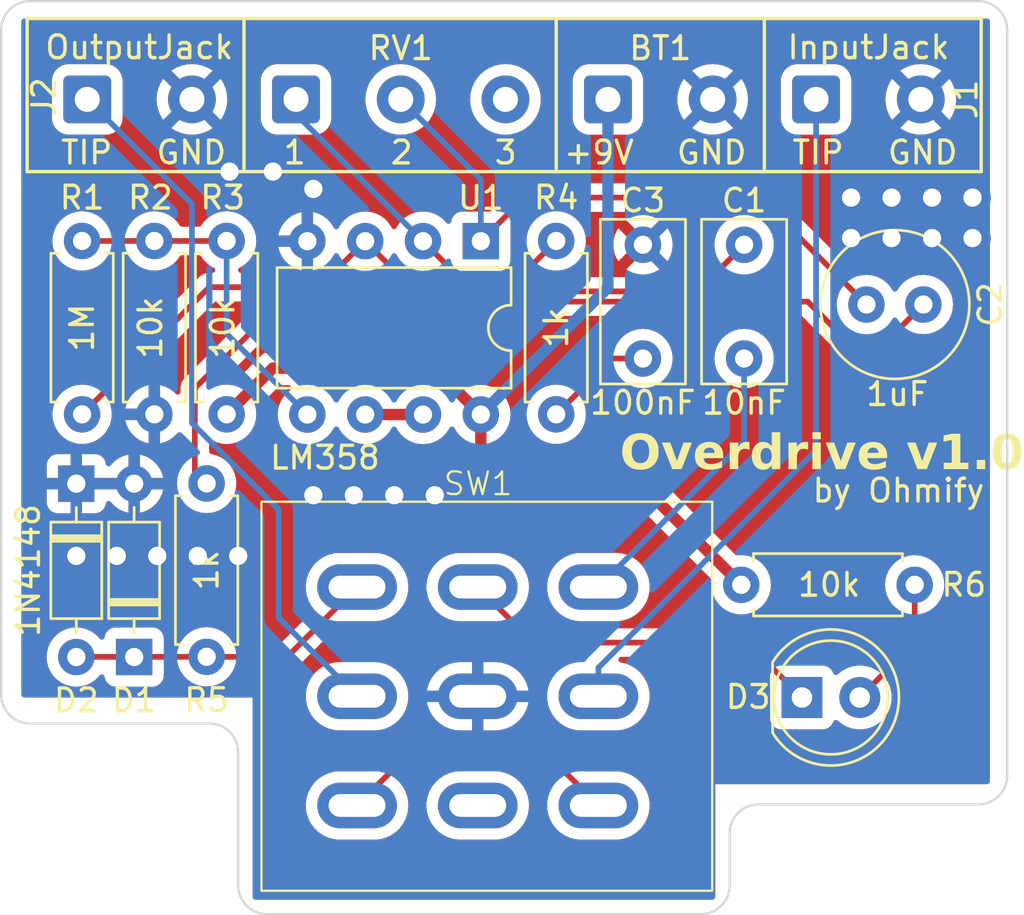
<source format=kicad_pcb>
(kicad_pcb (version 20221018) (generator pcbnew)
  (layers (0 "F.Cu" signal) (31 "B.Cu" signal) (34 "B.Paste" user) (35 "F.Paste" user) (36 "B.SilkS" user "B.Silkscreen") (37 "F.SilkS" user "F.Silkscreen") (38 "B.Mask" user) (39 "F.Mask" user) (44 "Edge.Cuts" user))
  (net 0 "")
  (net 1 "+9V")
  (net 2 "GND")
  (net 3 "INPUT")
  (net 4 "Net-(U1A-+)")
  (net 5 "Net-(C2-Pad1)")
  (net 6 "Net-(C2-Pad2)")
  (net 7 "Net-(C3-Pad2)")
  (net 8 "OUTPUT")
  (net 9 "Net-(D3-K)")
  (net 10 "Net-(D3-A)")
  (net 11 "VREF")
  (net 12 "Net-(U1A--)")
  (net 14 "Net-(J1-PadT)")
  (net 15 "Net-(SW1-Pad3)")
  (net 17 "Net-(J2-PadT)")
  (net 18 "Net-(U1B--)")
  (footprint "Package_DIP:DIP-8_W7.62mm" (layer "F.Cu") (at 156.708 111.389 -90)
    (fp_text reference "U1" (at -1.905 0) (layer "F.SilkS"))
    (fp_text value "LM358" (at 9.515 6.848) (layer "F.SilkS"))
    (fp_line (start 1.16 -1.33) (end 1.16 8.95) (stroke (width 0.12)) (layer "F.SilkS"))
    (fp_line (start 1.16 8.95) (end 6.46 8.95) (stroke (width 0.12)) (layer "F.SilkS"))
    (fp_line (start 2.81 -1.33) (end 1.16 -1.33) (stroke (width 0.12)) (layer "F.SilkS"))
    (fp_line (start 6.46 -1.33) (end 4.81 -1.33) (stroke (width 0.12)) (layer "F.SilkS"))
    (fp_line (start 6.46 8.95) (end 6.46 -1.33) (stroke (width 0.12)) (layer "F.SilkS"))
    (fp_arc (start 4.81 -1.33) (mid 3.81 -0.33) (end 2.81 -1.33) (stroke (width 0.12)) (layer "F.SilkS"))
    (pad "1" thru_hole rect (at 0 0 270) (size 1.6 1.6) (drill 0.8) (layers "*.Cu" "*.Mask") (net 5 "Net-(C2-Pad1)"))
    (pad "2" thru_hole oval (at 0 2.54 270) (size 1.6 1.6) (drill 0.8) (layers "*.Cu" "*.Mask") (net 12 "Net-(U1A--)"))
    (pad "3" thru_hole oval (at 0 5.08 270) (size 1.6 1.6) (drill 0.8) (layers "*.Cu" "*.Mask") (net 4 "Net-(U1A-+)"))
    (pad "4" thru_hole oval (at 0 7.62 270) (size 1.6 1.6) (drill 0.8) (layers "*.Cu" "*.Mask") (net 2 "GND"))
    (pad "5" thru_hole oval (at 7.62 7.62 270) (size 1.6 1.6) (drill 0.8) (layers "*.Cu" "*.Mask") (net 11 "VREF"))
    (pad "6" thru_hole oval (at 7.62 5.08 270) (size 1.6 1.6) (drill 0.8) (layers "*.Cu" "*.Mask") (net 18 "Net-(U1B--)"))
    (pad "7" thru_hole oval (at 7.62 2.54 270) (size 1.6 1.6) (drill 0.8) (layers "*.Cu" "*.Mask") (net 18 "Net-(U1B--)"))
    (pad "8" thru_hole oval (at 7.62 0 270) (size 1.6 1.6) (drill 0.8) (layers "*.Cu" "*.Mask") (net 1 "+9V"))
  )
  (footprint "Capacitor_THT:C_Rect_L7.0mm_W3.5mm_P5.00mm" (layer "F.Cu") (at 163.83 111.546 -90)
    (fp_text reference "C3" (at -1.945 0) (layer "F.SilkS"))
    (fp_text value "100nF" (at 6.945 0) (layer "F.SilkS"))
    (fp_line (start -1.12 -1.87) (end -1.12 1.87) (stroke (width 0.12)) (layer "F.SilkS"))
    (fp_line (start -1.12 -1.87) (end 6.12 -1.87) (stroke (width 0.12)) (layer "F.SilkS"))
    (fp_line (start -1.12 1.87) (end 6.12 1.87) (stroke (width 0.12)) (layer "F.SilkS"))
    (fp_line (start 6.12 -1.87) (end 6.12 1.87) (stroke (width 0.12)) (layer "F.SilkS"))
    (pad "1" thru_hole circle (at 0 0 270) (size 1.6 1.6) (drill 0.8) (layers "*.Cu" "*.Mask") (net 2 "GND"))
    (pad "2" thru_hole circle (at 5 0 270) (size 1.6 1.6) (drill 0.8) (layers "*.Cu" "*.Mask") (net 7 "Net-(C3-Pad2)"))
  )
  (footprint "Diode_THT:D_DO-35_SOD27_P7.62mm_Horizontal" (layer "F.Cu") (at 138.938 122.047 -90)
    (fp_text reference "D2" (at 9.525 0) (layer "F.SilkS"))
    (fp_text value "1N4148" (at 3.81 2.12 90) (layer "F.SilkS"))
    (fp_line (start 1.04 0) (end 1.69 0) (stroke (width 0.12)) (layer "F.SilkS"))
    (fp_line (start 1.69 -1.12) (end 1.69 1.12) (stroke (width 0.12)) (layer "F.SilkS"))
    (fp_line (start 1.69 1.12) (end 5.93 1.12) (stroke (width 0.12)) (layer "F.SilkS"))
    (fp_line (start 2.29 -1.12) (end 2.29 1.12) (stroke (width 0.12)) (layer "F.SilkS"))
    (fp_line (start 2.41 -1.12) (end 2.41 1.12) (stroke (width 0.12)) (layer "F.SilkS"))
    (fp_line (start 2.53 -1.12) (end 2.53 1.12) (stroke (width 0.12)) (layer "F.SilkS"))
    (fp_line (start 5.93 -1.12) (end 1.69 -1.12) (stroke (width 0.12)) (layer "F.SilkS"))
    (fp_line (start 5.93 1.12) (end 5.93 -1.12) (stroke (width 0.12)) (layer "F.SilkS"))
    (fp_line (start 6.58 0) (end 5.93 0) (stroke (width 0.12)) (layer "F.SilkS"))
    (pad "1" thru_hole rect (at 0 0 270) (size 1.6 1.6) (drill 0.8) (layers "*.Cu" "*.Mask") (net 2 "GND"))
    (pad "2" thru_hole oval (at 7.62 0 270) (size 1.6 1.6) (drill 0.8) (layers "*.Cu" "*.Mask") (net 8 "OUTPUT"))
  )
  (footprint "Resistor_THT:R_Axial_DIN0207_L6.3mm_D2.5mm_P7.62mm_Horizontal" (layer "F.Cu") (at 145.542 118.999 90)
    (fp_text reference "R3" (at 9.525 -0.175) (layer "F.SilkS"))
    (fp_text value "10k" (at 3.81 -0.175 90) (layer "F.SilkS"))
    (fp_line (start 0.54 -1.37) (end 7.08 -1.37) (stroke (width 0.12)) (layer "F.SilkS"))
    (fp_line (start 0.54 -1.04) (end 0.54 -1.37) (stroke (width 0.12)) (layer "F.SilkS"))
    (fp_line (start 0.54 1.04) (end 0.54 1.37) (stroke (width 0.12)) (layer "F.SilkS"))
    (fp_line (start 0.54 1.37) (end 7.08 1.37) (stroke (width 0.12)) (layer "F.SilkS"))
    (fp_line (start 7.08 -1.37) (end 7.08 -1.04) (stroke (width 0.12)) (layer "F.SilkS"))
    (fp_line (start 7.08 1.37) (end 7.08 1.04) (stroke (width 0.12)) (layer "F.SilkS"))
    (pad "1" thru_hole circle (at 0 0 90) (size 1.6 1.6) (drill 0.8) (layers "*.Cu" "*.Mask") (net 1 "+9V"))
    (pad "2" thru_hole oval (at 7.62 0 90) (size 1.6 1.6) (drill 0.8) (layers "*.Cu" "*.Mask") (net 11 "VREF"))
  )
  (footprint "Diode_THT:D_DO-35_SOD27_P7.62mm_Horizontal" (layer "F.Cu") (at 141.478 129.667 90)
    (fp_text reference "D1" (at -1.905 0) (layer "F.SilkS"))
    (fp_text value "1N4148" hide)
    (fp_line (start 1.04 0) (end 1.69 0) (stroke (width 0.12)) (layer "F.SilkS"))
    (fp_line (start 1.69 -1.12) (end 1.69 1.12) (stroke (width 0.12)) (layer "F.SilkS"))
    (fp_line (start 1.69 1.12) (end 5.93 1.12) (stroke (width 0.12)) (layer "F.SilkS"))
    (fp_line (start 2.29 -1.12) (end 2.29 1.12) (stroke (width 0.12)) (layer "F.SilkS"))
    (fp_line (start 2.41 -1.12) (end 2.41 1.12) (stroke (width 0.12)) (layer "F.SilkS"))
    (fp_line (start 2.53 -1.12) (end 2.53 1.12) (stroke (width 0.12)) (layer "F.SilkS"))
    (fp_line (start 5.93 -1.12) (end 1.69 -1.12) (stroke (width 0.12)) (layer "F.SilkS"))
    (fp_line (start 5.93 1.12) (end 5.93 -1.12) (stroke (width 0.12)) (layer "F.SilkS"))
    (fp_line (start 6.58 0) (end 5.93 0) (stroke (width 0.12)) (layer "F.SilkS"))
    (pad "1" thru_hole rect (at 0 0 90) (size 1.6 1.6) (drill 0.8) (layers "*.Cu" "*.Mask") (net 8 "OUTPUT"))
    (pad "2" thru_hole oval (at 7.62 0 90) (size 1.6 1.6) (drill 0.8) (layers "*.Cu" "*.Mask") (net 2 "GND"))
  )
  (footprint "Resistor_THT:R_Axial_DIN0207_L6.3mm_D2.5mm_P7.62mm_Horizontal" (layer "F.Cu") (at 144.663 122.037 -90)
    (fp_text reference "R5" (at 9.525 0) (layer "F.SilkS"))
    (fp_text value "1k" (at 3.81 0 90) (layer "F.SilkS"))
    (fp_line (start 0.54 -1.37) (end 7.08 -1.37) (stroke (width 0.12)) (layer "F.SilkS"))
    (fp_line (start 0.54 -1.04) (end 0.54 -1.37) (stroke (width 0.12)) (layer "F.SilkS"))
    (fp_line (start 0.54 1.04) (end 0.54 1.37) (stroke (width 0.12)) (layer "F.SilkS"))
    (fp_line (start 0.54 1.37) (end 7.08 1.37) (stroke (width 0.12)) (layer "F.SilkS"))
    (fp_line (start 7.08 -1.37) (end 7.08 -1.04) (stroke (width 0.12)) (layer "F.SilkS"))
    (fp_line (start 7.08 1.37) (end 7.08 1.04) (stroke (width 0.12)) (layer "F.SilkS"))
    (pad "1" thru_hole circle (at 0 0 270) (size 1.6 1.6) (drill 0.8) (layers "*.Cu" "*.Mask") (net 6 "Net-(C2-Pad2)"))
    (pad "2" thru_hole oval (at 7.62 0 270) (size 1.6 1.6) (drill 0.8) (layers "*.Cu" "*.Mask") (net 8 "OUTPUT"))
  )
  (footprint "Resistor_THT:R_Axial_DIN0207_L6.3mm_D2.5mm_P7.62mm_Horizontal" (layer "F.Cu") (at 139.192 111.379 -90)
    (fp_text reference "R1" (at -1.905 0) (layer "F.SilkS"))
    (fp_text value "1M" (at 3.81 0 90) (layer "F.SilkS"))
    (fp_line (start 0.54 -1.37) (end 7.08 -1.37) (stroke (width 0.12)) (layer "F.SilkS"))
    (fp_line (start 0.54 -1.04) (end 0.54 -1.37) (stroke (width 0.12)) (layer "F.SilkS"))
    (fp_line (start 0.54 1.04) (end 0.54 1.37) (stroke (width 0.12)) (layer "F.SilkS"))
    (fp_line (start 0.54 1.37) (end 7.08 1.37) (stroke (width 0.12)) (layer "F.SilkS"))
    (fp_line (start 7.08 -1.37) (end 7.08 -1.04) (stroke (width 0.12)) (layer "F.SilkS"))
    (fp_line (start 7.08 1.37) (end 7.08 1.04) (stroke (width 0.12)) (layer "F.SilkS"))
    (pad "1" thru_hole circle (at 0 0 270) (size 1.6 1.6) (drill 0.8) (layers "*.Cu" "*.Mask") (net 11 "VREF"))
    (pad "2" thru_hole oval (at 7.62 0 270) (size 1.6 1.6) (drill 0.8) (layers "*.Cu" "*.Mask") (net 4 "Net-(U1A-+)"))
  )
  (footprint "Ohmify_Switches:Switch_3PDT" (layer "F.Cu") (at 156.572 131.391)
    (fp_text reference "SW1" (at 0.019 -9.344 unlocked) (layer "F.SilkS") (effects (font (thickness 0.1))))
    (fp_text value "~")
    (fp_rect (start -9.5 -8.55) (end 10.3 8.55) (stroke (width 0.1)) (fill none) (layer "F.SilkS"))
    (pad "1" thru_hole oval (at -5.3 -4.8) (size 3.5 2) (drill oval 2.5 1) (layers "*.Cu" "*.Mask") (net 8 "OUTPUT"))
    (pad "2" thru_hole oval (at -5.3 0) (size 3.5 2) (drill oval 2.5 1) (layers "*.Cu" "*.Mask") (net 17 "Net-(J2-PadT)"))
    (pad "3" thru_hole oval (at -5.3 4.8) (size 3.5 2) (drill oval 2.5 1) (layers "*.Cu" "*.Mask") (net 15 "Net-(SW1-Pad3)"))
    (pad "4" thru_hole oval (at 0 -4.8) (size 3.5 2) (drill oval 2.5 1) (layers "*.Cu" "*.Mask") (net 9 "Net-(D3-K)"))
    (pad "5" thru_hole oval (at 0 0) (size 3.5 2) (drill oval 2.5 1) (layers "*.Cu" "*.Mask") (net 2 "GND"))
    (pad "6" thru_hole oval (at 0 4.8) (size 3.5 2) (drill oval 2.5 1) (layers "*.Cu" "*.Mask"))
    (pad "7" thru_hole oval (at 5.3 -4.8) (size 3.5 2) (drill oval 2.5 1) (layers "*.Cu" "*.Mask") (net 3 "INPUT"))
    (pad "8" thru_hole oval (at 5.3 0) (size 3.5 2) (drill oval 2.5 1) (layers "*.Cu" "*.Mask") (net 14 "Net-(J1-PadT)"))
    (pad "9" thru_hole oval (at 5.3 4.8) (size 3.5 2) (drill oval 2.5 1) (layers "*.Cu" "*.Mask") (net 15 "Net-(SW1-Pad3)"))
  )
  (footprint "LED_THT:LED_D5.0mm" (layer "F.Cu") (at 170.815 131.445)
    (fp_text reference "D3" (at -2.3622 -0.0254) (layer "F.SilkS"))
    (fp_text value "LED")
    (fp_line (start -1.29 -1.545) (end -1.29 1.545) (stroke (width 0.12)) (layer "F.SilkS"))
    (fp_arc (start -1.29 -1.54483) (mid 2.072002 -2.880433) (end 4.26 0.000462) (stroke (width 0.12)) (layer "F.SilkS"))
    (fp_arc (start 4.26 -0.000462) (mid 2.072002 2.880433) (end -1.29 1.54483) (stroke (width 0.12)) (layer "F.SilkS"))
    (fp_circle (center 1.27 0) (end 3.77 0) (stroke (width 0.12)) (fill none) (layer "F.SilkS"))
    (pad "1" thru_hole rect (at 0 0) (size 1.8 1.8) (drill 0.9) (layers "*.Cu" "*.Mask") (net 9 "Net-(D3-K)"))
    (pad "2" thru_hole circle (at 2.54 0) (size 1.8 1.8) (drill 0.9) (layers "*.Cu" "*.Mask") (net 10 "Net-(D3-A)"))
  )
  (footprint "Capacitor_THT:C_Radial_D6.3mm_H5.0mm_P2.50mm" (layer "F.Cu") (at 173.649 114.173)
    (fp_text reference "C2" (at 5.441 0 90) (layer "F.SilkS"))
    (fp_text value "1uF" (at 1.357 3.937 180) (layer "F.SilkS"))
    (fp_circle (center 1.25 0) (end 4.52 0) (stroke (width 0.12)) (fill none) (layer "F.SilkS"))
    (pad "1" thru_hole circle (at 0 0) (size 1.6 1.6) (drill 0.8) (layers "*.Cu" "*.Mask") (net 5 "Net-(C2-Pad1)"))
    (pad "2" thru_hole circle (at 2.5 0) (size 1.6 1.6) (drill 0.8) (layers "*.Cu" "*.Mask") (net 6 "Net-(C2-Pad2)"))
  )
  (footprint "Connector_Wire:SolderWire-0.5sqmm_1x02_P4.6mm_D0.9mm_OD2.1mm" (layer "F.Cu") (at 171.436 105.156)
    (fp_text reference "J1" (at 6.5672 0 90) (layer "F.SilkS"))
    (fp_text value "InputJack" (at 2.3 -2.286) (layer "F.SilkS"))
    (pad "S" thru_hole circle (at 4.6 0) (size 2.1 2.1) (drill 1.1) (layers "*.Cu" "*.Mask") (net 2 "GND"))
    (pad "T" thru_hole roundrect (at 0 0) (size 2.1 2.1) (drill 1.1) (layers "*.Cu" "*.Mask") (roundrect_rratio 0.1190480952) (net 14 "Net-(J1-PadT)"))
  )
  (footprint "Connector_Wire:SolderWire-0.5sqmm_1x02_P4.6mm_D0.9mm_OD2.1mm" (layer "F.Cu") (at 162.292 105.156)
    (fp_text reference "BT1" (at 2.3 -2.25) (layer "F.SilkS"))
    (fp_text value "Battery" hide)
    (pad "1" thru_hole roundrect (at 0 0) (size 2.1 2.1) (drill 1.1) (layers "*.Cu" "*.Mask") (roundrect_rratio 0.1190480952) (net 1 "+9V"))
    (pad "2" thru_hole circle (at 4.6 0) (size 2.1 2.1) (drill 1.1) (layers "*.Cu" "*.Mask") (net 2 "GND"))
  )
  (footprint "Connector_Wire:SolderWire-0.5sqmm_1x02_P4.6mm_D0.9mm_OD2.1mm" (layer "F.Cu") (at 139.418 105.156)
    (fp_text reference "J2" (at -1.9024 -0.1016 -90) (layer "F.SilkS"))
    (fp_text value "OutputJack" (at 2.286 -2.286) (layer "F.SilkS"))
    (pad "S" thru_hole circle (at 4.6 0) (size 2.1 2.1) (drill 1.1) (layers "*.Cu" "*.Mask") (net 2 "GND"))
    (pad "T" thru_hole roundrect (at 0 0) (size 2.1 2.1) (drill 1.1) (layers "*.Cu" "*.Mask") (roundrect_rratio 0.1190480952) (net 17 "Net-(J2-PadT)"))
  )
  (footprint "Resistor_THT:R_Axial_DIN0207_L6.3mm_D2.5mm_P7.62mm_Horizontal" (layer "F.Cu") (at 142.367 111.379 -90)
    (fp_text reference "R2" (at -1.905 0.175) (layer "F.SilkS"))
    (fp_text value "10k" (at 3.81 0.175 90) (layer "F.SilkS"))
    (fp_line (start 0.54 -1.37) (end 7.08 -1.37) (stroke (width 0.12)) (layer "F.SilkS"))
    (fp_line (start 0.54 -1.04) (end 0.54 -1.37) (stroke (width 0.12)) (layer "F.SilkS"))
    (fp_line (start 0.54 1.04) (end 0.54 1.37) (stroke (width 0.12)) (layer "F.SilkS"))
    (fp_line (start 0.54 1.37) (end 7.08 1.37) (stroke (width 0.12)) (layer "F.SilkS"))
    (fp_line (start 7.08 -1.37) (end 7.08 -1.04) (stroke (width 0.12)) (layer "F.SilkS"))
    (fp_line (start 7.08 1.37) (end 7.08 1.04) (stroke (width 0.12)) (layer "F.SilkS"))
    (pad "1" thru_hole circle (at 0 0 270) (size 1.6 1.6) (drill 0.8) (layers "*.Cu" "*.Mask") (net 11 "VREF"))
    (pad "2" thru_hole oval (at 7.62 0 270) (size 1.6 1.6) (drill 0.8) (layers "*.Cu" "*.Mask") (net 2 "GND"))
  )
  (footprint "Capacitor_THT:C_Rect_L7.0mm_W3.5mm_P5.00mm" (layer "F.Cu") (at 168.275 116.546 90)
    (fp_text reference "C1" (at 6.945 0) (layer "F.SilkS"))
    (fp_text value "10nF" (at -1.945 0) (layer "F.SilkS"))
    (fp_line (start -1.12 -1.87) (end -1.12 1.87) (stroke (width 0.12)) (layer "F.SilkS"))
    (fp_line (start -1.12 -1.87) (end 6.12 -1.87) (stroke (width 0.12)) (layer "F.SilkS"))
    (fp_line (start -1.12 1.87) (end 6.12 1.87) (stroke (width 0.12)) (layer "F.SilkS"))
    (fp_line (start 6.12 -1.87) (end 6.12 1.87) (stroke (width 0.12)) (layer "F.SilkS"))
    (pad "1" thru_hole circle (at 0 0 90) (size 1.6 1.6) (drill 0.8) (layers "*.Cu" "*.Mask") (net 3 "INPUT"))
    (pad "2" thru_hole circle (at 5 0 90) (size 1.6 1.6) (drill 0.8) (layers "*.Cu" "*.Mask") (net 4 "Net-(U1A-+)"))
  )
  (footprint "Resistor_THT:R_Axial_DIN0207_L6.3mm_D2.5mm_P7.62mm_Horizontal" (layer "F.Cu") (at 160.02 111.379 -90)
    (fp_text reference "R4" (at -1.905 0) (layer "F.SilkS"))
    (fp_text value "1k" (at 3.81 0 90) (layer "F.SilkS"))
    (fp_line (start 0.54 -1.37) (end 7.08 -1.37) (stroke (width 0.12)) (layer "F.SilkS"))
    (fp_line (start 0.54 -1.04) (end 0.54 -1.37) (stroke (width 0.12)) (layer "F.SilkS"))
    (fp_line (start 0.54 1.04) (end 0.54 1.37) (stroke (width 0.12)) (layer "F.SilkS"))
    (fp_line (start 0.54 1.37) (end 7.08 1.37) (stroke (width 0.12)) (layer "F.SilkS"))
    (fp_line (start 7.08 -1.37) (end 7.08 -1.04) (stroke (width 0.12)) (layer "F.SilkS"))
    (fp_line (start 7.08 1.37) (end 7.08 1.04) (stroke (width 0.12)) (layer "F.SilkS"))
    (pad "1" thru_hole circle (at 0 0 270) (size 1.6 1.6) (drill 0.8) (layers "*.Cu" "*.Mask") (net 12 "Net-(U1A--)"))
    (pad "2" thru_hole oval (at 7.62 0 270) (size 1.6 1.6) (drill 0.8) (layers "*.Cu" "*.Mask") (net 7 "Net-(C3-Pad2)"))
  )
  (footprint "Resistor_THT:R_Axial_DIN0207_L6.3mm_D2.5mm_P7.62mm_Horizontal" (layer "F.Cu") (at 175.768 126.492 180)
    (fp_text reference "R6" (at -2.159 0) (layer "F.SilkS"))
    (fp_text value "10k" (at 3.7592 0) (layer "F.SilkS"))
    (fp_line (start 0.54 -1.37) (end 7.08 -1.37) (stroke (width 0.12)) (layer "F.SilkS"))
    (fp_line (start 0.54 -1.04) (end 0.54 -1.37) (stroke (width 0.12)) (layer "F.SilkS"))
    (fp_line (start 0.54 1.04) (end 0.54 1.37) (stroke (width 0.12)) (layer "F.SilkS"))
    (fp_line (start 0.54 1.37) (end 7.08 1.37) (stroke (width 0.12)) (layer "F.SilkS"))
    (fp_line (start 7.08 -1.37) (end 7.08 -1.04) (stroke (width 0.12)) (layer "F.SilkS"))
    (fp_line (start 7.08 1.37) (end 7.08 1.04) (stroke (width 0.12)) (layer "F.SilkS"))
    (pad "1" thru_hole circle (at 0 0 180) (size 1.6 1.6) (drill 0.8) (layers "*.Cu" "*.Mask") (net 10 "Net-(D3-A)"))
    (pad "2" thru_hole oval (at 7.62 0 180) (size 1.6 1.6) (drill 0.8) (layers "*.Cu" "*.Mask") (net 1 "+9V"))
  )
  (footprint "Connector_Wire:SolderWire-0.5sqmm_1x03_P4.6mm_D0.9mm_OD2.1mm" (layer "F.Cu") (at 148.59 105.156)
    (fp_text reference "RV1" (at 4.6 -2.25) (layer "F.SilkS"))
    (fp_text value "B1M")
    (pad "1" thru_hole roundrect (at 0 0) (size 2.1 2.1) (drill 1.1) (layers "*.Cu" "*.Mask") (roundrect_rratio 0.1190480952) (net 12 "Net-(U1A--)"))
    (pad "2" thru_hole circle (at 4.6 0) (size 2.1 2.1) (drill 1.1) (layers "*.Cu" "*.Mask") (net 5 "Net-(C2-Pad1)"))
    (pad "3" thru_hole circle (at 9.2 0) (size 2.1 2.1) (drill 1.1) (layers "*.Cu" "*.Mask"))
  )
  (gr_line (start 169.164 101.6) (end 169.164 108.331) (stroke (width 0.15)) (layer "F.SilkS"))
  (gr_line (start 136.779 101.6) (end 136.779 108.331) (stroke (width 0.15)) (layer "F.SilkS"))
  (gr_line (start 178.689 101.6) (end 136.779 101.6) (stroke (width 0.15)) (layer "F.SilkS"))
  (gr_line (start 160.02 101.6) (end 160.02 108.331) (stroke (width 0.15)) (layer "F.SilkS"))
  (gr_line (start 146.304 101.6) (end 146.304 108.331) (stroke (width 0.15)) (layer "F.SilkS"))
  (gr_line (start 136.779 108.331) (end 178.689 108.331) (stroke (width 0.15)) (layer "F.SilkS"))
  (gr_line (start 178.689 108.331) (end 178.689 101.6) (stroke (width 0.15)) (layer "F.SilkS"))
  (gr_line (start 167.64 139.7) (end 167.64 137.414) (stroke (width 0.1)) (layer "Edge.Cuts"))
  (gr_arc (start 144.78 132.588) (mid 145.678026 132.959974) (end 146.05 133.858) (stroke (width 0.1)) (layer "Edge.Cuts"))
  (gr_arc (start 136.906 132.588) (mid 136.007974 132.216026) (end 135.636 131.318) (stroke (width 0.1)) (layer "Edge.Cuts"))
  (gr_line (start 179.832 102.108) (end 179.832 134.874) (stroke (width 0.1)) (layer "Edge.Cuts"))
  (gr_line (start 136.906 100.838) (end 178.562 100.838) (stroke (width 0.1)) (layer "Edge.Cuts"))
  (gr_line (start 168.91 136.144) (end 178.562 136.144) (stroke (width 0.1)) (layer "Edge.Cuts"))
  (gr_arc (start 135.636 102.108) (mid 136.007974 101.209974) (end 136.906 100.838) (stroke (width 0.1)) (layer "Edge.Cuts"))
  (gr_arc (start 179.832 134.874) (mid 179.460026 135.772026) (end 178.562 136.144) (stroke (width 0.1)) (layer "Edge.Cuts"))
  (gr_arc (start 178.562 100.838) (mid 179.460026 101.209974) (end 179.832 102.108) (stroke (width 0.1)) (layer "Edge.Cuts"))
  (gr_line (start 166.37 140.97) (end 147.32 140.97) (stroke (width 0.1)) (layer "Edge.Cuts"))
  (gr_line (start 136.906 132.588) (end 144.78 132.588) (stroke (width 0.1)) (layer "Edge.Cuts"))
  (gr_arc (start 167.64 139.7) (mid 167.268026 140.598026) (end 166.37 140.97) (stroke (width 0.1)) (layer "Edge.Cuts"))
  (gr_arc (start 147.32 140.97) (mid 146.421974 140.598026) (end 146.05 139.7) (stroke (width 0.1)) (layer "Edge.Cuts"))
  (gr_line (start 135.636 131.318) (end 135.636 102.108) (stroke (width 0.1)) (layer "Edge.Cuts"))
  (gr_line (start 146.05 133.858) (end 146.05 139.7) (stroke (width 0.1)) (layer "Edge.Cuts"))
  (gr_arc (start 167.64 137.414) (mid 168.011974 136.515974) (end 168.91 136.144) (stroke (width 0.1)) (layer "Edge.Cuts"))
  (gr_text "Overdrive v1.0" (at 162.814 121.666) (layer "F.SilkS") (effects (font (size 1.524 1.524) (thickness 0.2) bold) (justify left bottom)))
  (gr_text "GND" (at 165.227 108.077) (layer "F.SilkS") (effects (font (size 1 1)) (justify left bottom)))
  (gr_text "GND" (at 174.498 108.077) (layer "F.SilkS") (effects (font (size 1 1)) (justify left bottom)))
  (gr_text "3" (at 157.226 108.077) (layer "F.SilkS") (effects (font (size 1 1)) (justify left bottom)))
  (gr_text "TIP" (at 170.307 108.077) (layer "F.SilkS") (effects (font (size 1 1)) (justify left bottom)))
  (gr_text "1" (at 147.955 108.077) (layer "F.SilkS") (effects (font (size 1 1)) (justify left bottom)))
  (gr_text "GND" (at 142.367 108.077) (layer "F.SilkS") (effects (font (size 1 1)) (justify left bottom)))
  (gr_text "2" (at 152.654 108.077) (layer "F.SilkS") (effects (font (size 1 1)) (justify left bottom)))
  (gr_text "by Ohmify" (at 171.196 122.936) (layer "F.SilkS") (effects (font (size 1 1)) (justify left bottom)))
  (gr_text "TIP" (at 138.176 108.077) (layer "F.SilkS") (effects (font (size 1 1)) (justify left bottom)))
  (gr_text "+9V" (at 160.274 108.077) (layer "F.SilkS") (effects (font (size 1 1)) (justify left bottom)))
  (segment (start 154.666 116.967) (end 156.708 119.009) (width 0.5) (layer "F.Cu") (net 1))
  (segment (start 145.542 118.999) (end 147.574 116.967) (width 0.5) (layer "F.Cu") (net 1))
  (segment (start 156.708 119.009) (end 156.708 121.021) (width 0.5) (layer "F.Cu") (net 1))
  (segment (start 147.574 116.967) (end 154.666 116.967) (width 0.5) (layer "F.Cu") (net 1))
  (segment (start 156.708 121.021) (end 158.369 122.682) (width 0.5) (layer "F.Cu") (net 1))
  (segment (start 164.338 122.682) (end 168.148 126.492) (width 0.5) (layer "F.Cu") (net 1))
  (segment (start 158.369 122.682) (end 164.338 122.682) (width 0.5) (layer "F.Cu") (net 1))
  (segment (start 162.292 105.156) (end 162.292 113.425) (width 0.5) (layer "B.Cu") (net 1))
  (segment (start 168.148 126.238) (end 168.148 126.492) (width 0.5) (layer "B.Cu") (net 1))
  (segment (start 162.292 113.425) (end 156.708 119.009) (width 0.5) (layer "B.Cu") (net 1))
  (via (at 146.05 125.222) (size 1.6) (drill 0.8) (layers "F.Cu" "B.Cu") (net 2))
  (via (at 149.352 109.093) (size 1.6) (drill 0.8) (layers "F.Cu" "B.Cu") (net 2))
  (via (at 140.716 125.222) (size 1.6) (drill 0.8) (layers "F.Cu" "B.Cu") (net 2))
  (via (at 145.669 108.331) (size 1.6) (drill 0.8) (layers "F.Cu" "B.Cu") (net 2))
  (via (at 176.53 111.252) (size 1.6) (drill 0.8) (layers "F.Cu" "B.Cu") (net 2))
  (via (at 174.752 111.252) (size 1.6) (drill 0.8) (layers "F.Cu" "B.Cu") (net 2))
  (via (at 178.308 111.252) (size 1.6) (drill 0.8) (layers "F.Cu" "B.Cu") (net 2))
  (via (at 149.352 122.555) (size 1.6) (drill 0.8) (layers "F.Cu" "B.Cu") (net 2))
  (via (at 147.574 108.331) (size 1.6) (drill 0.8) (layers "F.Cu" "B.Cu") (net 2))
  (via (at 144.272 125.222) (size 1.6) (drill 0.8) (layers "F.Cu" "B.Cu") (net 2))
  (via (at 152.908 122.555) (size 1.6) (drill 0.8) (layers "F.Cu" "B.Cu") (net 2))
  (via (at 154.686 122.555) (size 1.6) (drill 0.8) (layers "F.Cu" "B.Cu") (net 2))
  (via (at 174.752 109.474) (size 1.6) (drill 0.8) (layers "F.Cu" "B.Cu") (net 2))
  (via (at 176.53 109.474) (size 1.6) (drill 0.8) (layers "F.Cu" "B.Cu") (net 2))
  (via (at 172.974 109.474) (size 1.6) (drill 0.8) (layers "F.Cu" "B.Cu") (net 2))
  (via (at 172.974 111.252) (size 1.6) (drill 0.8) (layers "F.Cu" "B.Cu") (net 2))
  (via (at 151.13 122.555) (size 1.6) (drill 0.8) (layers "F.Cu" "B.Cu") (net 2))
  (via (at 138.938 125.222) (size 1.6) (drill 0.8) (layers "F.Cu" "B.Cu") (net 2))
  (via (at 178.308 109.474) (size 1.6) (drill 0.8) (layers "F.Cu" "B.Cu") (net 2))
  (via (at 142.494 125.222) (size 1.6) (drill 0.8) (layers "F.Cu" "B.Cu") (net 2))
  (segment (start 168.275 116.546) (end 168.275 120.188) (width 0.25) (layer "B.Cu") (net 3))
  (segment (start 168.275 120.188) (end 161.872 126.591) (width 0.25) (layer "B.Cu") (net 3))
  (segment (start 153.835 113.596) (end 151.628 111.389) (width 0.25) (layer "F.Cu") (net 4))
  (segment (start 149.606 113.411) (end 144.78 113.411) (width 0.25) (layer "F.Cu") (net 4))
  (segment (start 168.275 111.546) (end 166.225 113.596) (width 0.25) (layer "F.Cu") (net 4))
  (segment (start 144.78 113.411) (end 139.192 118.999) (width 0.25) (layer "F.Cu") (net 4))
  (segment (start 166.225 113.596) (end 153.835 113.596) (width 0.25) (layer "F.Cu") (net 4))
  (segment (start 151.628 111.389) (end 149.606 113.411) (width 0.25) (layer "F.Cu") (net 4))
  (segment (start 158.623 109.474) (end 168.95 109.474) (width 0.25) (layer "F.Cu") (net 5))
  (segment (start 168.95 109.474) (end 173.649 114.173) (width 0.25) (layer "F.Cu") (net 5))
  (segment (start 156.708 111.389) (end 158.623 109.474) (width 0.25) (layer "F.Cu") (net 5))
  (segment (start 153.19 105.156) (end 156.708 108.674) (width 0.25) (layer "B.Cu") (net 5))
  (segment (start 156.708 108.674) (end 156.708 111.389) (width 0.25) (layer "B.Cu") (net 5))
  (segment (start 171.069 114.046) (end 147.955 114.046) (width 0.25) (layer "F.Cu") (net 6))
  (segment (start 176.149 114.173) (end 174.625 115.697) (width 0.25) (layer "F.Cu") (net 6))
  (segment (start 144.145 117.856) (end 144.145 121.519) (width 0.25) (layer "F.Cu") (net 6))
  (segment (start 147.955 114.046) (end 144.145 117.856) (width 0.25) (layer "F.Cu") (net 6))
  (segment (start 172.72 115.697) (end 171.069 114.046) (width 0.25) (layer "F.Cu") (net 6))
  (segment (start 144.145 121.519) (end 144.663 122.037) (width 0.25) (layer "F.Cu") (net 6))
  (segment (start 174.625 115.697) (end 172.72 115.697) (width 0.25) (layer "F.Cu") (net 6))
  (segment (start 163.83 116.546) (end 162.473 116.546) (width 0.25) (layer "F.Cu") (net 7))
  (segment (start 162.473 116.546) (end 160.02 118.999) (width 0.25) (layer "F.Cu") (net 7))
  (segment (start 144.663 129.657) (end 148.206 129.657) (width 0.25) (layer "F.Cu") (net 8))
  (segment (start 148.206 129.657) (end 151.272 126.591) (width 0.25) (layer "F.Cu") (net 8))
  (segment (start 144.663 129.657) (end 138.948 129.657) (width 0.25) (layer "F.Cu") (net 8))
  (segment (start 138.948 129.657) (end 138.938 129.667) (width 0.25) (layer "F.Cu") (net 8))
  (segment (start 151.272 126.591) (end 151.102 126.591) (width 0.25) (layer "B.Cu") (net 8))
  (segment (start 159.013 129.032) (end 168.402 129.032) (width 0.25) (layer "F.Cu") (net 9))
  (segment (start 168.402 129.032) (end 170.815 131.445) (width 0.25) (layer "F.Cu") (net 9))
  (segment (start 156.572 126.591) (end 159.013 129.032) (width 0.25) (layer "F.Cu") (net 9))
  (segment (start 175.768 126.492) (end 175.768 129.032) (width 0.25) (layer "F.Cu") (net 10))
  (segment (start 175.768 129.032) (end 173.355 131.445) (width 0.25) (layer "F.Cu") (net 10))
  (segment (start 139.192 111.379) (end 145.542 111.379) (width 0.25) (layer "F.Cu") (net 11))
  (segment (start 145.542 111.379) (end 145.542 115.463) (width 0.25) (layer "B.Cu") (net 11))
  (segment (start 145.542 115.463) (end 149.088 119.009) (width 0.25) (layer "B.Cu") (net 11))
  (segment (start 158.253 113.146) (end 160.02 111.379) (width 0.25) (layer "F.Cu") (net 12))
  (segment (start 154.168 111.389) (end 155.925 113.146) (width 0.25) (layer "F.Cu") (net 12))
  (segment (start 155.925 113.146) (end 158.253 113.146) (width 0.25) (layer "F.Cu") (net 12))
  (segment (start 148.59 105.156) (end 148.59 105.811) (width 0.25) (layer "B.Cu") (net 12))
  (segment (start 148.59 105.811) (end 154.168 111.389) (width 0.25) (layer "B.Cu") (net 12))
  (segment (start 161.872 130.141) (end 161.872 131.391) (width 0.25) (layer "B.Cu") (net 14))
  (segment (start 171.436 105.156) (end 171.436 120.577) (width 0.25) (layer "B.Cu") (net 14))
  (segment (start 171.436 120.577) (end 161.872 130.141) (width 0.25) (layer "B.Cu") (net 14))
  (segment (start 159.539 133.858) (end 161.872 136.191) (width 0.25) (layer "F.Cu") (net 15))
  (segment (start 151.272 136.191) (end 153.605 133.858) (width 0.25) (layer "F.Cu") (net 15))
  (segment (start 153.605 133.858) (end 159.539 133.858) (width 0.25) (layer "F.Cu") (net 15))
  (segment (start 144.018 119.38) (end 147.828 123.19) (width 0.25) (layer "B.Cu") (net 17))
  (segment (start 147.828 127.947) (end 151.272 131.391) (width 0.25) (layer "B.Cu") (net 17))
  (segment (start 139.418 105.156) (end 144.018 109.756) (width 0.25) (layer "B.Cu") (net 17))
  (segment (start 147.828 123.19) (end 147.828 127.947) (width 0.25) (layer "B.Cu") (net 17))
  (segment (start 144.018 109.756) (end 144.018 119.38) (width 0.25) (layer "B.Cu") (net 17))
  (segment (start 151.628 119.009) (end 154.168 119.009) (width 0.5) (layer "F.Cu") (net 18))
  (zone (net 2) (net_name "GND") (layer "F.Cu") (connect_pads (clearance 0.5)) (min_thickness 0.25) (fill yes (thermal_gap 0.5) (thermal_bridge_width 0.5))
    (polygon (pts (xy 136.525 101.6) (xy 179.07 101.6) (xy 179.07 135.255) (xy 167.005 135.255) (xy 167.005 140.335) (xy 146.685 140.335) (xy 146.685 131.445) (xy 136.525 131.445)))
  )
  (zone (net 2) (net_name "GND") (layer "B.Cu") (priority 1) (connect_pads (clearance 0.5)) (min_thickness 0.25) (fill yes (thermal_gap 0.5) (thermal_bridge_width 0.5))
    (polygon (pts (xy 136.525 101.6) (xy 179.07 101.6) (xy 179.07 135.255) (xy 167.005 135.255) (xy 167.005 140.335) (xy 146.685 140.335) (xy 146.685 131.445) (xy 136.525 131.445)))
  )
)
</source>
